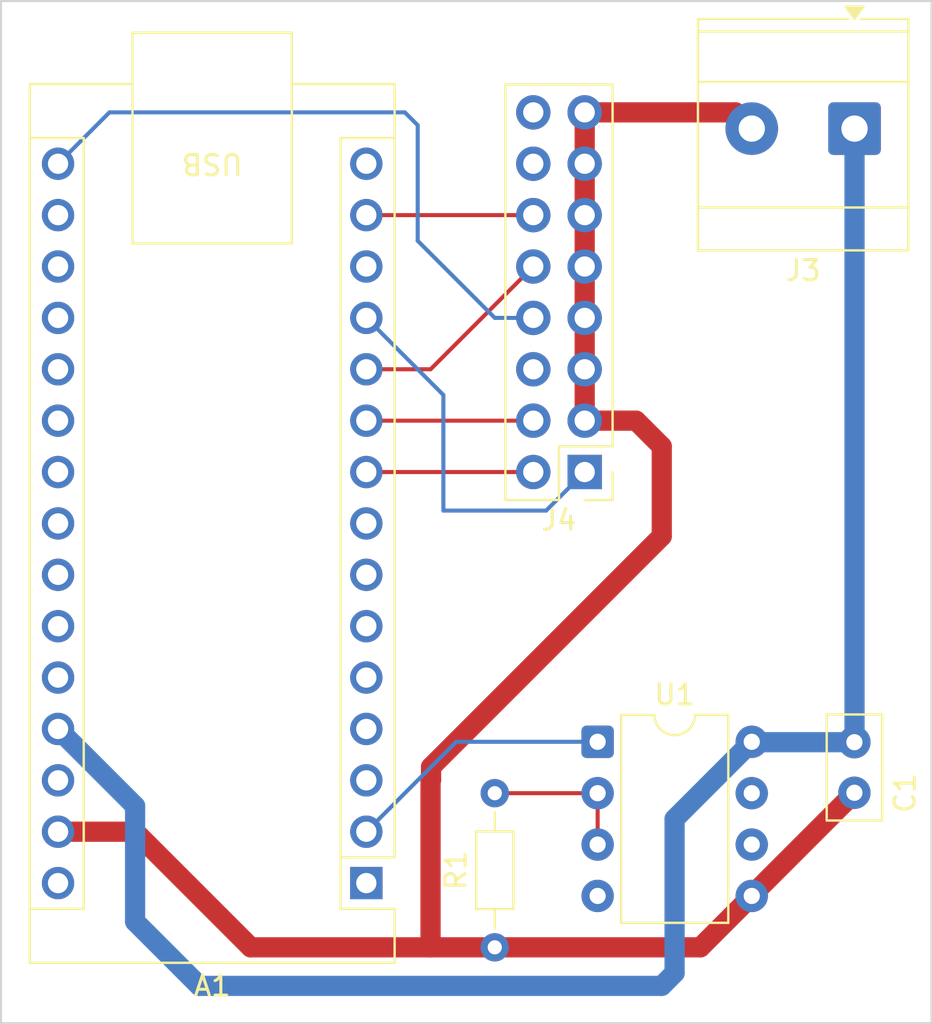
<source format=kicad_pcb>
(kicad_pcb (version 20241229) (generator "pcbnew") (generator_version "9.0")
  (layers (0 "F.Cu" signal) (2 "B.Cu" signal) (13 "F.Paste" user) (15 "B.Paste" user) (5 "F.SilkS" user "F.Silkscreen") (7 "B.SilkS" user "B.Silkscreen") (1 "F.Mask" user) (3 "B.Mask" user) (25 "Edge.Cuts" user))
  (net 0 "")
  (net 1 "Net-(A1-D0{slash}RX)")
  (net 6 "SCLK")
  (net 13 "OE")
  (net 14 "DATA")
  (net 18 "CLK")
  (net 19 "B")
  (net 20 "GND")
  (net 23 "5V")
  (net 24 "A")
  (net 34 "Net-(U1-DE)")
  (net 35 "DATA-")
  (net 36 "DATA+")
  (footprint "Resistor_THT:R_Axial_DIN0204_L3.6mm_D1.6mm_P7.62mm_Horizontal" (layer "F.Cu") (at 38.735 61.595 90)
    (property "Reference" "R1" (at 3.81 -1.92 90) (layer "F.SilkS"))
    (property "Value" "10K" (hide yes))
    (fp_line (start 5.73 -0.92) (end 1.89 -0.92) (stroke (width 0.12)) (layer "F.SilkS"))
    (fp_line (start 1.89 -0.92) (end 1.89 0.92) (stroke (width 0.12)) (layer "F.SilkS"))
    (fp_line (start 6.68 0) (end 5.73 0) (stroke (width 0.12)) (layer "F.SilkS"))
    (fp_line (start 0.94 0) (end 1.89 0) (stroke (width 0.12)) (layer "F.SilkS"))
    (fp_line (start 5.73 0.92) (end 5.73 -0.92) (stroke (width 0.12)) (layer "F.SilkS"))
    (fp_line (start 1.89 0.92) (end 5.73 0.92) (stroke (width 0.12)) (layer "F.SilkS"))
    (pad "1" thru_hole circle (at 0 0 90) (size 1.4 1.4) (drill 0.7) (layers "*.Cu" "*.Mask") (net 20 "GND"))
    (pad "2" thru_hole oval (at 7.62 0 90) (size 1.4 1.4) (drill 0.7) (layers "*.Cu" "*.Mask") (net 34 "Net-(U1-DE)"))
  )
  (footprint "TerminalBlock_Phoenix:TerminalBlock_Phoenix_MKDS-3-2-5.08_1x02_P5.08mm_Horizontal" (layer "F.Cu") (at 56.52 21.1225 180)
    (property "Reference" "J3" (at 2.54 -7.02 0) (layer "F.SilkS"))
    (property "Value" "Screw_Terminal_01x02" (hide yes))
    (fp_line (start 7.74 -6.02) (end 7.74 5.42) (stroke (width 0.12)) (layer "F.SilkS"))
    (fp_line (start 0.3 5.42) (end 7.74 5.42) (stroke (width 0.12)) (layer "F.SilkS"))
    (fp_line (start -2.66 5.42) (end -0.3 5.42) (stroke (width 0.12)) (layer "F.SilkS"))
    (fp_line (start -2.66 4.8) (end 7.74 4.8) (stroke (width 0.12)) (layer "F.SilkS"))
    (fp_line (start -2.66 2.3) (end 7.74 2.3) (stroke (width 0.12)) (layer "F.SilkS"))
    (fp_line (start -2.66 -3.9) (end 7.74 -3.9) (stroke (width 0.12)) (layer "F.SilkS"))
    (fp_line (start -2.66 -6.02) (end 7.74 -6.02) (stroke (width 0.12)) (layer "F.SilkS"))
    (fp_line (start -2.66 -6.02) (end -2.66 5.42) (stroke (width 0.12)) (layer "F.SilkS"))
    (fp_poly (pts (xy 0 5.42) (xy 0.44 6.03) (xy -0.44 6.03)) (stroke (width 0.12)) (fill yes) (layer "F.SilkS"))
    (pad "1" thru_hole roundrect (at 0 0 180) (size 2.6 2.6) (drill 1.3) (layers "*.Cu" "*.Mask") (roundrect_rratio 0.096154) (net 23 "5V"))
    (pad "2" thru_hole circle (at 5.08 0 180) (size 2.6 2.6) (drill 1.3) (layers "*.Cu" "*.Mask") (net 20 "GND"))
  )
  (footprint "Package_DIP:DIP-8_W7.62mm" (layer "F.Cu") (at 43.82 51.435)
    (property "Reference" "U1" (at 3.81 -2.33 0) (layer "F.SilkS"))
    (property "Value" "SN75176AP" (hide yes))
    (fp_line (start 1.16 -1.33) (end 1.16 8.95) (stroke (width 0.12)) (layer "F.SilkS"))
    (fp_line (start 1.16 8.95) (end 6.46 8.95) (stroke (width 0.12)) (layer "F.SilkS"))
    (fp_line (start 2.81 -1.33) (end 1.16 -1.33) (stroke (width 0.12)) (layer "F.SilkS"))
    (fp_line (start 6.46 -1.33) (end 4.81 -1.33) (stroke (width 0.12)) (layer "F.SilkS"))
    (fp_line (start 6.46 8.95) (end 6.46 -1.33) (stroke (width 0.12)) (layer "F.SilkS"))
    (fp_arc (start 4.81 -1.33) (mid 3.81 -0.33) (end 2.81 -1.33) (stroke (width 0.12)) (layer "F.SilkS"))
    (pad "1" thru_hole roundrect (at 0 0) (size 1.6 1.6) (drill 0.8) (layers "*.Cu" "*.Mask") (roundrect_rratio 0.15625) (net 1 "Net-(A1-D0{slash}RX)"))
    (pad "2" thru_hole circle (at 0 2.54) (size 1.6 1.6) (drill 0.8) (layers "*.Cu" "*.Mask") (net 34 "Net-(U1-DE)"))
    (pad "3" thru_hole circle (at 0 5.08) (size 1.6 1.6) (drill 0.8) (layers "*.Cu" "*.Mask") (net 34 "Net-(U1-DE)"))
    (pad "4" thru_hole circle (at 0 7.62) (size 1.6 1.6) (drill 0.8) (layers "*.Cu" "*.Mask"))
    (pad "5" thru_hole circle (at 7.62 7.62) (size 1.6 1.6) (drill 0.8) (layers "*.Cu" "*.Mask") (net 20 "GND"))
    (pad "6" thru_hole circle (at 7.62 5.08) (size 1.6 1.6) (drill 0.8) (layers "*.Cu" "*.Mask") (net 36 "DATA+"))
    (pad "7" thru_hole circle (at 7.62 2.54) (size 1.6 1.6) (drill 0.8) (layers "*.Cu" "*.Mask") (net 35 "DATA-"))
    (pad "8" thru_hole circle (at 7.62 0) (size 1.6 1.6) (drill 0.8) (layers "*.Cu" "*.Mask") (net 23 "5V"))
  )
  (footprint "Connector_PinHeader_2.54mm:PinHeader_2x08_P2.54mm_Vertical" (layer "F.Cu") (at 43.18 38.1 180)
    (property "Reference" "J4" (at 1.27 -2.38 0) (layer "F.SilkS"))
    (property "Value" "Conn_02x08_Odd_Even" (hide yes))
    (fp_line (start 3.92 -1.38) (end 3.92 19.16) (stroke (width 0.12)) (layer "F.SilkS"))
    (fp_line (start 1.27 1.27) (end 1.27 -1.38) (stroke (width 0.12)) (layer "F.SilkS"))
    (fp_line (start 1.27 -1.38) (end 3.92 -1.38) (stroke (width 0.12)) (layer "F.SilkS"))
    (fp_line (start -1.38 19.16) (end 3.92 19.16) (stroke (width 0.12)) (layer "F.SilkS"))
    (fp_line (start -1.38 1.27) (end 1.27 1.27) (stroke (width 0.12)) (layer "F.SilkS"))
    (fp_line (start -1.38 1.27) (end -1.38 19.16) (stroke (width 0.12)) (layer "F.SilkS"))
    (fp_line (start -1.38 0) (end -1.38 -1.38) (stroke (width 0.12)) (layer "F.SilkS"))
    (fp_line (start -1.38 -1.38) (end 0 -1.38) (stroke (width 0.12)) (layer "F.SilkS"))
    (pad "1" thru_hole rect (at 0 0 180) (size 1.7 1.7) (drill 1) (layers "*.Cu" "*.Mask") (net 13 "OE"))
    (pad "2" thru_hole circle (at 2.54 0 180) (size 1.7 1.7) (drill 1) (layers "*.Cu" "*.Mask") (net 24 "A"))
    (pad "3" thru_hole circle (at 0 2.54 180) (size 1.7 1.7) (drill 1) (layers "*.Cu" "*.Mask") (net 20 "GND"))
    (pad "4" thru_hole circle (at 2.54 2.54 180) (size 1.7 1.7) (drill 1) (layers "*.Cu" "*.Mask") (net 19 "B"))
    (pad "5" thru_hole circle (at 0 5.08 180) (size 1.7 1.7) (drill 1) (layers "*.Cu" "*.Mask") (net 20 "GND"))
    (pad "6" thru_hole circle (at 2.54 5.08 180) (size 1.7 1.7) (drill 1) (layers "*.Cu" "*.Mask"))
    (pad "7" thru_hole circle (at 0 7.62 180) (size 1.7 1.7) (drill 1) (layers "*.Cu" "*.Mask") (net 20 "GND"))
    (pad "8" thru_hole circle (at 2.54 7.62 180) (size 1.7 1.7) (drill 1) (layers "*.Cu" "*.Mask") (net 18 "CLK"))
    (pad "9" thru_hole circle (at 0 10.16 180) (size 1.7 1.7) (drill 1) (layers "*.Cu" "*.Mask") (net 20 "GND"))
    (pad "10" thru_hole circle (at 2.54 10.16 180) (size 1.7 1.7) (drill 1) (layers "*.Cu" "*.Mask") (net 6 "SCLK"))
    (pad "11" thru_hole circle (at 0 12.7 180) (size 1.7 1.7) (drill 1) (layers "*.Cu" "*.Mask") (net 20 "GND"))
    (pad "12" thru_hole circle (at 2.54 12.7 180) (size 1.7 1.7) (drill 1) (layers "*.Cu" "*.Mask") (net 14 "DATA"))
    (pad "13" thru_hole circle (at 0 15.24 180) (size 1.7 1.7) (drill 1) (layers "*.Cu" "*.Mask") (net 20 "GND"))
    (pad "14" thru_hole circle (at 2.54 15.24 180) (size 1.7 1.7) (drill 1) (layers "*.Cu" "*.Mask"))
    (pad "15" thru_hole circle (at 0 17.78 180) (size 1.7 1.7) (drill 1) (layers "*.Cu" "*.Mask") (net 20 "GND"))
    (pad "16" thru_hole circle (at 2.54 17.78 180) (size 1.7 1.7) (drill 1) (layers "*.Cu" "*.Mask"))
  )
  (footprint "Module:Arduino_Nano" (layer "F.Cu") (at 32.385 58.42 180)
    (property "Reference" "A1" (at 7.62 -5.08 0) (layer "F.SilkS"))
    (property "Value" "Arduino_Nano_v3.x" (hide yes))
    (fp_line (start 16.64 39.5) (end 16.64 -3.94) (stroke (width 0.12)) (layer "F.SilkS"))
    (fp_line (start 16.64 39.5) (end 11.56 39.5) (stroke (width 0.12)) (layer "F.SilkS"))
    (fp_line (start 16.64 -3.94) (end -1.4 -3.94) (stroke (width 0.12)) (layer "F.SilkS"))
    (fp_line (start 13.97 36.83) (end 16.64 36.83) (stroke (width 0.12)) (layer "F.SilkS"))
    (fp_line (start 13.97 -1.27) (end 16.64 -1.27) (stroke (width 0.12)) (layer "F.SilkS"))
    (fp_line (start 13.97 -1.27) (end 13.97 36.83) (stroke (width 0.12)) (layer "F.SilkS"))
    (fp_line (start 11.56 42.04) (end 3.68 42.04) (stroke (width 0.12)) (layer "F.SilkS"))
    (fp_line (start 11.56 31.62) (end 11.56 42.04) (stroke (width 0.12)) (layer "F.SilkS"))
    (fp_line (start 3.68 42.04) (end 3.68 31.62) (stroke (width 0.12)) (layer "F.SilkS"))
    (fp_line (start 3.68 31.62) (end 11.56 31.62) (stroke (width 0.12)) (layer "F.SilkS"))
    (fp_line (start 1.27 36.83) (end -1.4 36.83) (stroke (width 0.12)) (layer "F.SilkS"))
    (fp_line (start 1.27 1.27) (end 1.27 36.83) (stroke (width 0.12)) (layer "F.SilkS"))
    (fp_line (start 1.27 1.27) (end 1.27 -1.27) (stroke (width 0.12)) (layer "F.SilkS"))
    (fp_line (start 1.27 1.27) (end -1.4 1.27) (stroke (width 0.12)) (layer "F.SilkS"))
    (fp_line (start 1.27 -1.27) (end -1.4 -1.27) (stroke (width 0.12)) (layer "F.SilkS"))
    (fp_line (start -1.4 39.5) (end 3.68 39.5) (stroke (width 0.12)) (layer "F.SilkS"))
    (fp_line (start -1.4 1.27) (end -1.4 39.5) (stroke (width 0.12)) (layer "F.SilkS"))
    (fp_line (start -1.4 -3.94) (end -1.4 -1.27) (stroke (width 0.12)) (layer "F.SilkS"))
    (fp_text user "USB" (at 7.62 35.56 180) (layer "F.SilkS"))
    (pad "1" thru_hole rect (at 0 0 180) (size 1.6 1.6) (drill 1) (layers "*.Cu" "*.Mask"))
    (pad "2" thru_hole oval (at 0 2.54 180) (size 1.6 1.6) (drill 1) (layers "*.Cu" "*.Mask") (net 1 "Net-(A1-D0{slash}RX)"))
    (pad "3" thru_hole oval (at 0 5.08 180) (size 1.6 1.6) (drill 1) (layers "*.Cu" "*.Mask"))
    (pad "4" thru_hole oval (at 0 7.62 180) (size 1.6 1.6) (drill 1) (layers "*.Cu" "*.Mask"))
    (pad "5" thru_hole oval (at 0 10.16 180) (size 1.6 1.6) (drill 1) (layers "*.Cu" "*.Mask"))
    (pad "6" thru_hole oval (at 0 12.7 180) (size 1.6 1.6) (drill 1) (layers "*.Cu" "*.Mask"))
    (pad "7" thru_hole oval (at 0 15.24 180) (size 1.6 1.6) (drill 1) (layers "*.Cu" "*.Mask"))
    (pad "8" thru_hole oval (at 0 17.78 180) (size 1.6 1.6) (drill 1) (layers "*.Cu" "*.Mask"))
    (pad "9" thru_hole oval (at 0 20.32 180) (size 1.6 1.6) (drill 1) (layers "*.Cu" "*.Mask") (net 24 "A"))
    (pad "10" thru_hole oval (at 0 22.86 180) (size 1.6 1.6) (drill 1) (layers "*.Cu" "*.Mask") (net 19 "B"))
    (pad "11" thru_hole oval (at 0 25.4 180) (size 1.6 1.6) (drill 1) (layers "*.Cu" "*.Mask") (net 6 "SCLK"))
    (pad "12" thru_hole oval (at 0 27.94 180) (size 1.6 1.6) (drill 1) (layers "*.Cu" "*.Mask") (net 13 "OE"))
    (pad "13" thru_hole oval (at 0 30.48 180) (size 1.6 1.6) (drill 1) (layers "*.Cu" "*.Mask"))
    (pad "14" thru_hole oval (at 0 33.02 180) (size 1.6 1.6) (drill 1) (layers "*.Cu" "*.Mask") (net 14 "DATA"))
    (pad "15" thru_hole oval (at 0 35.56 180) (size 1.6 1.6) (drill 1) (layers "*.Cu" "*.Mask"))
    (pad "16" thru_hole oval (at 15.24 35.56 180) (size 1.6 1.6) (drill 1) (layers "*.Cu" "*.Mask") (net 18 "CLK"))
    (pad "17" thru_hole oval (at 15.24 33.02 180) (size 1.6 1.6) (drill 1) (layers "*.Cu" "*.Mask"))
    (pad "18" thru_hole oval (at 15.24 30.48 180) (size 1.6 1.6) (drill 1) (layers "*.Cu" "*.Mask"))
    (pad "19" thru_hole oval (at 15.24 27.94 180) (size 1.6 1.6) (drill 1) (layers "*.Cu" "*.Mask"))
    (pad "20" thru_hole oval (at 15.24 25.4 180) (size 1.6 1.6) (drill 1) (layers "*.Cu" "*.Mask"))
    (pad "21" thru_hole oval (at 15.24 22.86 180) (size 1.6 1.6) (drill 1) (layers "*.Cu" "*.Mask"))
    (pad "22" thru_hole oval (at 15.24 20.32 180) (size 1.6 1.6) (drill 1) (layers "*.Cu" "*.Mask"))
    (pad "23" thru_hole oval (at 15.24 17.78 180) (size 1.6 1.6) (drill 1) (layers "*.Cu" "*.Mask"))
    (pad "24" thru_hole oval (at 15.24 15.24 180) (size 1.6 1.6) (drill 1) (layers "*.Cu" "*.Mask"))
    (pad "25" thru_hole oval (at 15.24 12.7 180) (size 1.6 1.6) (drill 1) (layers "*.Cu" "*.Mask"))
    (pad "26" thru_hole oval (at 15.24 10.16 180) (size 1.6 1.6) (drill 1) (layers "*.Cu" "*.Mask"))
    (pad "27" thru_hole oval (at 15.24 7.62 180) (size 1.6 1.6) (drill 1) (layers "*.Cu" "*.Mask") (net 23 "5V"))
    (pad "28" thru_hole oval (at 15.24 5.08 180) (size 1.6 1.6) (drill 1) (layers "*.Cu" "*.Mask"))
    (pad "29" thru_hole oval (at 15.24 2.54 180) (size 1.6 1.6) (drill 1) (layers "*.Cu" "*.Mask") (net 20 "GND"))
    (pad "30" thru_hole oval (at 15.24 0 180) (size 1.6 1.6) (drill 1) (layers "*.Cu" "*.Mask"))
  )
  (footprint "Capacitor_THT:C_Disc_D5.0mm_W2.5mm_P2.50mm" (layer "F.Cu") (at 56.515 51.455 -90)
    (property "Reference" "C1" (at 2.52 -2.5 90) (layer "F.SilkS"))
    (property "Value" "100nF" (hide yes))
    (fp_line (start -1.37 1.37) (end 3.87 1.37) (stroke (width 0.12)) (layer "F.SilkS"))
    (fp_line (start -1.37 -1.37) (end -1.37 1.37) (stroke (width 0.12)) (layer "F.SilkS"))
    (fp_line (start -1.37 -1.37) (end 3.87 -1.37) (stroke (width 0.12)) (layer "F.SilkS"))
    (fp_line (start 3.87 -1.37) (end 3.87 1.37) (stroke (width 0.12)) (layer "F.SilkS"))
    (pad "1" thru_hole circle (at 0 0 270) (size 1.6 1.6) (drill 0.8) (layers "*.Cu" "*.Mask") (net 23 "5V"))
    (pad "2" thru_hole circle (at 2.5 0 270) (size 1.6 1.6) (drill 0.8) (layers "*.Cu" "*.Mask") (net 20 "GND"))
  )
  (gr_poly (pts (xy 60.325 65.345) (xy 60.325 14.815) (xy 14.325 14.815) (xy 14.325 65.345)) (stroke (width 0.1)) (fill no) (layer "Edge.Cuts"))
  (segment (start 36.83 51.435) (end 32.385 55.88) (width 0.2) (layer "B.Cu") (net 1))
  (segment (start 43.82 51.435) (end 36.83 51.435) (width 0.2) (layer "B.Cu") (net 1))
  (segment (start 35.56 33.02) (end 40.64 27.94) (width 0.2) (layer "F.Cu") (net 6))
  (segment (start 32.385 33.02) (end 35.56 33.02) (width 0.2) (layer "F.Cu") (net 6))
  (segment (start 36.195 34.29) (end 36.195 40.005) (width 0.2) (layer "B.Cu") (net 13))
  (segment (start 36.195 40.005) (end 41.275 40.005) (width 0.2) (layer "B.Cu") (net 13))
  (segment (start 41.275 40.005) (end 43.18 38.1) (width 0.2) (layer "B.Cu") (net 13))
  (segment (start 32.385 30.48) (end 36.195 34.29) (width 0.2) (layer "B.Cu") (net 13))
  (segment (start 32.385 25.4) (end 40.64 25.4) (width 0.2) (layer "F.Cu") (net 14))
  (segment (start 34.925 26.67) (end 38.735 30.48) (width 0.2) (layer "B.Cu") (net 18))
  (segment (start 34.925 20.955) (end 34.925 26.67) (width 0.2) (layer "B.Cu") (net 18))
  (segment (start 17.145 22.86) (end 19.685 20.32) (width 0.2) (layer "B.Cu") (net 18))
  (segment (start 38.735 30.48) (end 40.64 30.48) (width 0.2) (layer "B.Cu") (net 18))
  (segment (start 19.685 20.32) (end 34.29 20.32) (width 0.2) (layer "B.Cu") (net 18))
  (segment (start 34.29 20.32) (end 34.925 20.955) (width 0.2) (layer "B.Cu") (net 18))
  (segment (start 32.385 35.56) (end 40.64 35.56) (width 0.2) (layer "F.Cu") (net 19))
  (segment (start 43.18 20.32) (end 50.6375 20.32) (width 1) (layer "F.Cu") (net 20))
  (segment (start 46.99 41.275) (end 35.585 52.68) (width 1) (layer "F.Cu") (net 20))
  (segment (start 46.99 36.83) (end 46.99 41.275) (width 1) (layer "F.Cu") (net 20))
  (segment (start 35.56 53.34) (end 35.56 61.595) (width 1) (layer "F.Cu") (net 20))
  (segment (start 20.955 55.88) (end 17.145 55.88) (width 1) (layer "F.Cu") (net 20))
  (segment (start 51.44 59.055) (end 48.9 61.595) (width 1) (layer "F.Cu") (net 20))
  (segment (start 43.18 20.32) (end 43.18 35.56) (width 1) (layer "F.Cu") (net 20))
  (segment (start 48.9 61.595) (end 38.735 61.595) (width 1) (layer "F.Cu") (net 20))
  (segment (start 26.67 61.595) (end 20.955 55.88) (width 1) (layer "F.Cu") (net 20))
  (segment (start 51.44 59.055) (end 51.44 59.03) (width 1) (layer "F.Cu") (net 20))
  (segment (start 35.585 52.68) (end 35.585 53.315) (width 1) (layer "F.Cu") (net 20))
  (segment (start 35.585 53.315) (end 35.56 53.34) (width 1) (layer "F.Cu") (net 20))
  (segment (start 51.44 59.03) (end 56.515 53.955) (width 1) (layer "F.Cu") (net 20))
  (segment (start 50.6375 20.32) (end 51.44 21.1225) (width 1) (layer "F.Cu") (net 20))
  (segment (start 43.18 35.56) (end 45.72 35.56) (width 1) (layer "F.Cu") (net 20))
  (segment (start 45.72 35.56) (end 46.99 36.83) (width 1) (layer "F.Cu") (net 20))
  (segment (start 35.56 61.595) (end 26.67 61.595) (width 1) (layer "F.Cu") (net 20))
  (segment (start 38.735 61.595) (end 35.56 61.595) (width 1) (layer "F.Cu") (net 20))
  (segment (start 51.46 51.455) (end 51.44 51.435) (width 0.2) (layer "F.Cu") (net 23))
  (segment (start 20.955 60.325) (end 20.955 54.61) (width 1) (layer "B.Cu") (net 23))
  (segment (start 56.52 21.1225) (end 56.52 51.45) (width 1) (layer "B.Cu") (net 23))
  (segment (start 47.625 62.865) (end 46.99 63.5) (width 1) (layer "B.Cu") (net 23))
  (segment (start 51.44 51.435) (end 47.625 55.25) (width 1) (layer "B.Cu") (net 23))
  (segment (start 56.52 51.45) (end 56.515 51.455) (width 0.2) (layer "B.Cu") (net 23))
  (segment (start 24.13 63.5) (end 20.955 60.325) (width 1) (layer "B.Cu") (net 23))
  (segment (start 47.625 55.25) (end 47.625 62.865) (width 1) (layer "B.Cu") (net 23))
  (segment (start 20.955 54.61) (end 17.145 50.8) (width 1) (layer "B.Cu") (net 23))
  (segment (start 46.99 63.5) (end 24.13 63.5) (width 1) (layer "B.Cu") (net 23))
  (segment (start 55.88 51.455) (end 51.46 51.455) (width 1) (layer "B.Cu") (net 23))
  (segment (start 40.64 38.1) (end 32.385 38.1) (width 0.2) (layer "F.Cu") (net 24))
  (segment (start 43.82 56.515) (end 43.82 53.975) (width 0.2) (layer "F.Cu") (net 34))
  (segment (start 38.735 53.975) (end 43.82 53.975) (width 0.2) (layer "F.Cu") (net 34))
)
</source>
